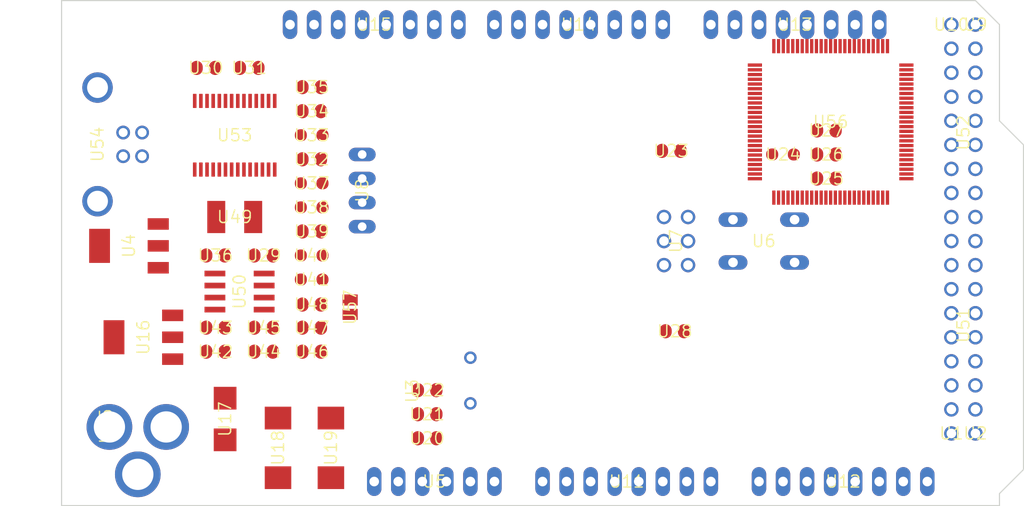
<source format=kicad_pcb>
(kicad_pcb (version 20221018) (generator pcbnew)
  (layers (0 "F.Cu" signal "Top") (31 "B.Cu" signal "Bottom") (34 "B.Paste" user) (35 "F.Paste" user) (36 "B.SilkS" user "B.Silkscreen") (37 "F.SilkS" user "F.Silkscreen") (38 "B.Mask" user) (39 "F.Mask" user) (44 "Edge.Cuts" user))
  (net 0 "")
  (net 1 "+5V")
  (net 2 "GND")
  (net 3 "N$6")
  (net 4 "N$7")
  (net 5 "AREF")
  (net 6 "RESET")
  (net 7 "VIN")
  (net 8 "N$3")
  (net 9 "PWRIN")
  (net 10 "M8RXD")
  (net 11 "M8TXD")
  (net 12 "ADC0")
  (net 13 "ADC2")
  (net 14 "ADC1")
  (net 15 "ADC3")
  (net 16 "ADC4")
  (net 17 "ADC5")
  (net 18 "ADC6")
  (net 19 "ADC7")
  (net 20 "+3V3")
  (net 21 "SDA")
  (net 22 "SCL")
  (net 23 "ADC9")
  (net 24 "ADC8")
  (net 25 "ADC10")
  (net 26 "ADC11")
  (net 27 "ADC12")
  (net 28 "ADC13")
  (net 29 "ADC14")
  (net 30 "ADC15")
  (net 31 "PB3")
  (net 32 "PB2")
  (net 33 "PB1")
  (net 34 "PB5")
  (net 35 "PB4")
  (net 36 "PE5")
  (net 37 "PE4")
  (net 38 "PE3")
  (net 39 "PE1")
  (net 40 "PE0")
  (net 41 "N$15")
  (net 42 "N$53")
  (net 43 "N$54")
  (net 44 "N$55")
  (net 45 "D-")
  (net 46 "D+")
  (net 47 "N$60")
  (net 48 "DTR")
  (net 49 "USBVCC")
  (net 50 "N$2")
  (net 51 "N$4")
  (net 52 "GATE_CMD")
  (net 53 "CMP")
  (net 54 "PB6")
  (net 55 "PH3")
  (net 56 "PH4")
  (net 57 "PH5")
  (net 58 "PH6")
  (net 59 "PG5")
  (net 60 "RXD1")
  (net 61 "TXD1")
  (net 62 "RXD2")
  (net 63 "RXD3")
  (net 64 "TXD2")
  (net 65 "TXD3")
  (net 66 "PC0")
  (net 67 "PC1")
  (net 68 "PC2")
  (net 69 "PC3")
  (net 70 "PC4")
  (net 71 "PC5")
  (net 72 "PC6")
  (net 73 "PC7")
  (net 74 "PB0")
  (net 75 "PG0")
  (net 76 "PG1")
  (net 77 "PG2")
  (net 78 "PD7")
  (net 79 "PA0")
  (net 80 "PA1")
  (net 81 "PA2")
  (net 82 "PA3")
  (net 83 "PA4")
  (net 84 "PA5")
  (net 85 "PA6")
  (net 86 "PA7")
  (net 87 "PL0")
  (net 88 "PL1")
  (net 89 "PL2")
  (net 90 "PL3")
  (net 91 "PL4")
  (net 92 "PL5")
  (net 93 "PL6")
  (net 94 "PL7")
  (net 95 "PB7")
  (net 96 "CTS")
  (net 97 "DSR")
  (net 98 "DCD")
  (net 99 "RI")
  (footprint "Arduino_MEGA_Reference_Design:2X03" (layer "F.Cu") (at 162.5981 103.7336 -90)
    (fp_text reference "U7")
    (fp_text value "")
  )
  (footprint "Arduino_MEGA_Reference_Design:1X08" (layer "F.Cu") (at 152.3111 80.8736 180)
    (fp_text reference "U14")
    (fp_text value "")
  )
  (footprint "Arduino_MEGA_Reference_Design:1X08" (layer "F.Cu") (at 130.7211 80.8736 180)
    (fp_text reference "U15")
    (fp_text value "")
  )
  (footprint "Arduino_MEGA_Reference_Design:SMC_D" (layer "F.Cu") (at 120.5611 125.5776 -90)
    (fp_text reference "U18")
    (fp_text value "")
  )
  (footprint "Arduino_MEGA_Reference_Design:SMC_D" (layer "F.Cu") (at 126.1491 125.5776 -90)
    (fp_text reference "U19")
    (fp_text value "")
  )
  (footprint "Arduino_MEGA_Reference_Design:B3F-10XX" (layer "F.Cu") (at 171.8691 103.7336 180)
    (fp_text reference "U6")
    (fp_text value "")
  )
  (footprint "Arduino_MEGA_Reference_Design:0805RND" (layer "F.Cu") (at 173.9011 94.5896 180)
    (fp_text reference "U24")
    (fp_text value "")
  )
  (footprint "Arduino_MEGA_Reference_Design:SMB" (layer "F.Cu") (at 114.9731 122.5296 -90)
    (fp_text reference "U17")
    (fp_text value "")
  )
  (footprint "Arduino_MEGA_Reference_Design:DC-21MM" (layer "F.Cu") (at 103.0351 123.2916 90)
    (fp_text reference "U55")
    (fp_text value "")
  )
  (footprint "Arduino_MEGA_Reference_Design:HC49_S" (layer "F.Cu") (at 140.8811 118.4656 90)
    (fp_text reference "U3")
    (fp_text value "")
  )
  (footprint "Arduino_MEGA_Reference_Design:SOT223" (layer "F.Cu") (at 106.3371 113.8936 90)
    (fp_text reference "U16")
    (fp_text value "")
  )
  (footprint "Arduino_MEGA_Reference_Design:1X06" (layer "F.Cu") (at 137.0711 129.1336)
    (fp_text reference "U5")
    (fp_text value "")
  )
  (footprint "Arduino_MEGA_Reference_Design:C0805RND" (layer "F.Cu") (at 124.1171 87.4776)
    (fp_text reference "U35")
    (fp_text value "")
  )
  (footprint "Arduino_MEGA_Reference_Design:C0805RND" (layer "F.Cu") (at 162.4711 113.2586)
    (fp_text reference "U28")
    (fp_text value "")
  )
  (footprint "Arduino_MEGA_Reference_Design:C0805RND" (layer "F.Cu") (at 136.3091 122.0216)
    (fp_text reference "U21")
    (fp_text value "")
  )
  (footprint "Arduino_MEGA_Reference_Design:C0805RND" (layer "F.Cu") (at 136.3091 119.4816)
    (fp_text reference "U22")
    (fp_text value "")
  )
  (footprint "Arduino_MEGA_Reference_Design:C0805RND" (layer "F.Cu") (at 113.9571 112.8776)
    (fp_text reference "U43")
    (fp_text value "")
  )
  (footprint "Arduino_MEGA_Reference_Design:RCL_0805RND" (layer "F.Cu") (at 124.1171 105.2576)
    (fp_text reference "U40")
    (fp_text value "")
  )
  (footprint "Arduino_MEGA_Reference_Design:RCL_0805RND" (layer "F.Cu") (at 124.1171 107.7976)
    (fp_text reference "U41")
    (fp_text value "")
  )
  (footprint "Arduino_MEGA_Reference_Design:1X08" (layer "F.Cu") (at 157.3911 129.1336)
    (fp_text reference "U11")
    (fp_text value "")
  )
  (footprint "Arduino_MEGA_Reference_Design:1X08" (layer "F.Cu") (at 175.1711 80.8736 180)
    (fp_text reference "U13")
    (fp_text value "")
  )
  (footprint "Arduino_MEGA_Reference_Design:R0805RND" (layer "F.Cu") (at 178.4731 94.5896 180)
    (fp_text reference "U26")
    (fp_text value "")
  )
  (footprint "Arduino_MEGA_Reference_Design:R0805RND" (layer "F.Cu") (at 178.4731 92.0496 180)
    (fp_text reference "U27")
    (fp_text value "")
  )
  (footprint "Arduino_MEGA_Reference_Design:TQFP100" (layer "F.Cu") (at 178.9286651611328 91.14759826660156 0)
    (fp_text reference "U56")
    (fp_text value "")
  )
  (footprint "Arduino_MEGA_Reference_Design:C0805RND" (layer "F.Cu") (at 162.0901 94.2086 180)
    (fp_text reference "U23")
    (fp_text value "")
  )
  (footprint "Arduino_MEGA_Reference_Design:C0805RND" (layer "F.Cu") (at 136.3091 124.5616)
    (fp_text reference "U20")
    (fp_text value "")
  )
  (footprint "Arduino_MEGA_Reference_Design:1X08" (layer "F.Cu") (at 180.2511 129.1336)
    (fp_text reference "U12")
    (fp_text value "")
  )
  (footprint "Arduino_MEGA_Reference_Design:R0805RND" (layer "F.Cu") (at 124.1171 112.8776)
    (fp_text reference "U47")
    (fp_text value "")
  )
  (footprint "Arduino_MEGA_Reference_Design:C0805RND" (layer "F.Cu") (at 124.1171 115.4176)
    (fp_text reference "U46")
    (fp_text value "")
  )
  (footprint "Arduino_MEGA_Reference_Design:C0805RND" (layer "F.Cu") (at 113.9571 105.2576)
    (fp_text reference "U36")
    (fp_text value "")
  )
  (footprint "Arduino_MEGA_Reference_Design:C0805RND" (layer "F.Cu") (at 112.9411 85.4456)
    (fp_text reference "U30")
    (fp_text value "")
  )
  (footprint "Arduino_MEGA_Reference_Design:0805RND" (layer "F.Cu") (at 124.1171 100.1776 180)
    (fp_text reference "U38")
    (fp_text value "")
  )
  (footprint "Arduino_MEGA_Reference_Design:0805RND" (layer "F.Cu") (at 124.1171 97.6376 180)
    (fp_text reference "U37")
    (fp_text value "")
  )
  (footprint "Arduino_MEGA_Reference_Design:R0805RND" (layer "F.Cu") (at 124.1171 95.0976)
    (fp_text reference "U32")
    (fp_text value "")
  )
  (footprint "Arduino_MEGA_Reference_Design:R0805RND" (layer "F.Cu") (at 124.1171 102.7176)
    (fp_text reference "U39")
    (fp_text value "")
  )
  (footprint "Arduino_MEGA_Reference_Design:SSOP28" (layer "F.Cu") (at 115.9891 92.5576)
    (fp_text reference "U53")
    (fp_text value "")
  )
  (footprint "Arduino_MEGA_Reference_Design:PN61729" (layer "F.Cu") (at 98.9584 93.5228 -90)
    (fp_text reference "U54")
    (fp_text value "")
  )
  (footprint "Arduino_MEGA_Reference_Design:L1812" (layer "F.Cu") (at 115.9891 101.1936)
    (fp_text reference "U49")
    (fp_text value "")
  )
  (footprint "Arduino_MEGA_Reference_Design:C0805RND" (layer "F.Cu") (at 117.5131 85.4456)
    (fp_text reference "U31")
    (fp_text value "")
  )
  (footprint "Arduino_MEGA_Reference_Design:0805RND" (layer "F.Cu") (at 124.1171 92.5576 180)
    (fp_text reference "U33")
    (fp_text value "")
  )
  (footprint "Arduino_MEGA_Reference_Design:R0805RND" (layer "F.Cu") (at 124.1171 90.0176 180)
    (fp_text reference "U34")
    (fp_text value "")
  )
  (footprint "Arduino_MEGA_Reference_Design:C0805RND" (layer "F.Cu") (at 124.1171 110.4392 180)
    (fp_text reference "U48")
    (fp_text value "")
  )
  (footprint "Arduino_MEGA_Reference_Design:SOT223" (layer "F.Cu") (at 104.8131 104.2416 90)
    (fp_text reference "U4")
    (fp_text value "")
  )
  (footprint "Arduino_MEGA_Reference_Design:SO08" (layer "F.Cu") (at 116.4971 109.0676 -90)
    (fp_text reference "U50")
    (fp_text value "")
  )
  (footprint "Arduino_MEGA_Reference_Design:R0805RND" (layer "F.Cu") (at 113.9571 115.4176 180)
    (fp_text reference "U42")
    (fp_text value "")
  )
  (footprint "Arduino_MEGA_Reference_Design:R0805RND" (layer "F.Cu") (at 119.0371 112.8776 180)
    (fp_text reference "U45")
    (fp_text value "")
  )
  (footprint "Arduino_MEGA_Reference_Design:C0805RND" (layer "F.Cu") (at 119.0371 115.4176 180)
    (fp_text reference "U44")
    (fp_text value "")
  )
  (footprint "Arduino_MEGA_Reference_Design:C0805RND" (layer "F.Cu") (at 119.0371 105.2576)
    (fp_text reference "U29")
    (fp_text value "")
  )
  (footprint "Arduino_MEGA_Reference_Design:2X08" (layer "F.Cu") (at 192.9511 92.3036 90)
    (fp_text reference "U52")
    (fp_text value "")
  )
  (footprint "Arduino_MEGA_Reference_Design:2X08" (layer "F.Cu") (at 192.9511 112.6236 90)
    (fp_text reference "U51")
    (fp_text value "")
  )
  (footprint "Arduino_MEGA_Reference_Design:R0805RND" (layer "F.Cu") (at 178.4731 97.1296 180)
    (fp_text reference "U25")
    (fp_text value "")
  )
  (footprint "Arduino_MEGA_Reference_Design:1X01" (layer "F.Cu") (at 191.6811 80.8736)
    (fp_text reference "U10")
    (fp_text value "")
  )
  (footprint "Arduino_MEGA_Reference_Design:1X01" (layer "F.Cu") (at 194.2211 80.8736)
    (fp_text reference "U9")
    (fp_text value "")
  )
  (footprint "Arduino_MEGA_Reference_Design:1X01" (layer "F.Cu") (at 191.6811 124.0536)
    (fp_text reference "U1")
    (fp_text value "")
  )
  (footprint "Arduino_MEGA_Reference_Design:1X01" (layer "F.Cu") (at 194.2211 124.0536)
    (fp_text reference "U2")
    (fp_text value "")
  )
  (footprint "Arduino_MEGA_Reference_Design:SJ" (layer "F.Cu") (at 128.1811 110.7186 -90)
    (fp_text reference "U57")
    (fp_text value "")
  )
  (footprint "Arduino_MEGA_Reference_Design:JP4" (layer "F.Cu") (at 129.4511 98.3996 -90)
    (fp_text reference "U8")
    (fp_text value "")
  )
  (gr_line (start 196.7611 80.8736) (end 196.7611 91.0336) (layer "Edge.Cuts") (width 0.12))
  (gr_line (start 196.7611 130.4036) (end 196.7611 131.6736) (layer "Edge.Cuts") (width 0.12))
  (gr_line (start 194.2211 78.3336) (end 196.7611 80.8736) (layer "Edge.Cuts") (width 0.12))
  (gr_line (start 97.7011 78.3336) (end 194.2211 78.3336) (layer "Edge.Cuts") (width 0.12))
  (gr_line (start 196.7611 91.0336) (end 199.3011 93.5736) (layer "Edge.Cuts") (width 0.12))
  (gr_line (start 97.7011 131.6736) (end 97.7011 78.3336) (layer "Edge.Cuts") (width 0.12))
  (gr_line (start 196.7611 131.6736) (end 97.7011 131.6736) (layer "Edge.Cuts") (width 0.12))
  (gr_line (start 199.3011 93.5736) (end 199.3011 127.8636) (layer "Edge.Cuts") (width 0.12))
  (gr_line (start 199.3011 127.8636) (end 196.7611 130.4036) (layer "Edge.Cuts") (width 0.12))
)
</source>
